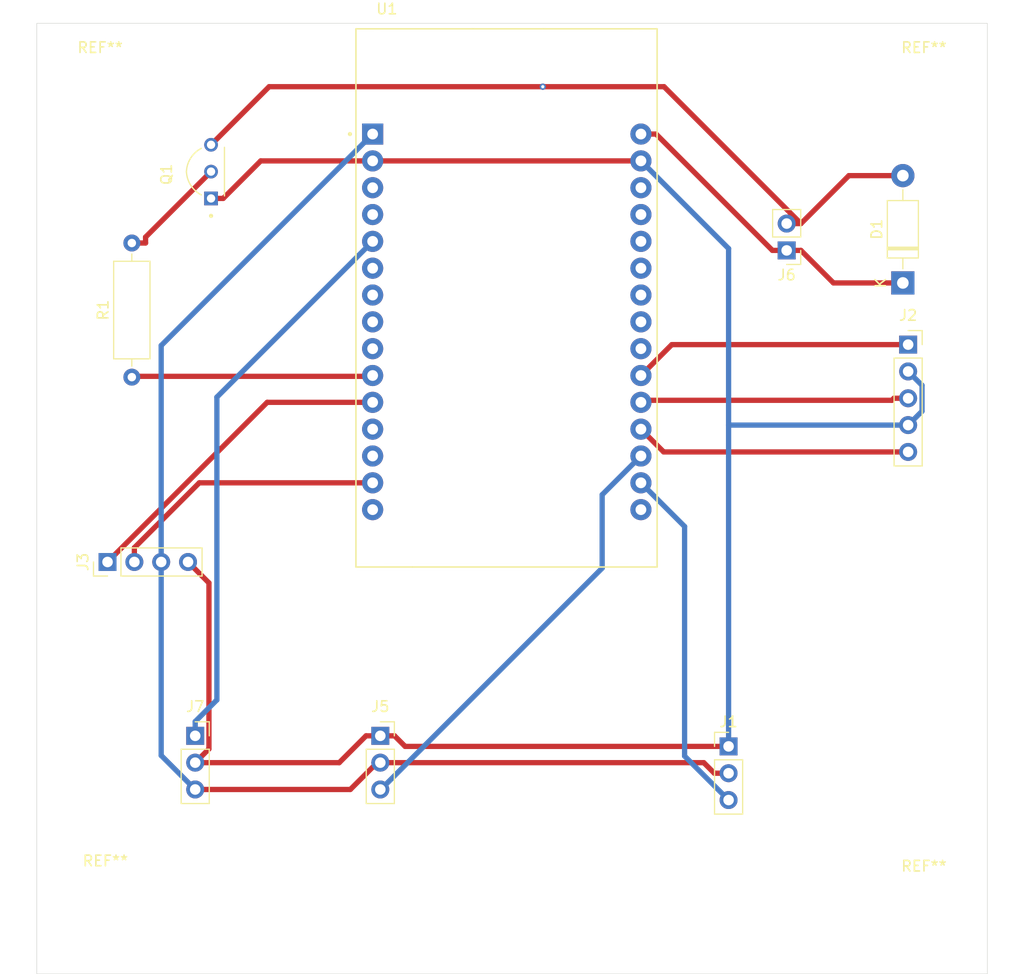
<source format=kicad_pcb>
(kicad_pcb (version 20241229) (generator "pcbnew") (generator_version "9.0")
  (layers (0 "F.Cu" signal) (2 "B.Cu" signal) (13 "F.Paste" user) (15 "B.Paste" user) (5 "F.SilkS" user "F.Silkscreen") (7 "B.SilkS" user "B.Silkscreen") (1 "F.Mask" user) (3 "B.Mask" user) (25 "Edge.Cuts" user))
  (net 0 "")
  (net 1 "/P_B")
  (net 2 "Net-(D1-A)")
  (net 3 "GND")
  (net 4 "+3.3V")
  (net 5 "/S_SN")
  (net 6 "/Output_A")
  (net 7 "/Switch")
  (net 8 "/Output_B")
  (net 9 "/SCL")
  (net 10 "/SDA")
  (net 11 "/S_HM")
  (net 12 "/S_T")
  (net 13 "Net-(Q1-Pad2)")
  (net 14 "/PWM_B")
  (footprint "MountingHole:MountingHole_3.2mm_M3" (layer "F.Cu") (at 118.5 101.5)
    (property "Reference" "REF**" (at 0 -4.2 0) (layer "F.SilkS"))
    (property "Value" "MountingHole_3.2mm_M3")
    (pad "" np_thru_hole circle (at 0 0) (size 3.2 3.2) (drill 3.2) (layers "*.Cu" "*.Mask"))
  )
  (footprint "Diode_THT:D_DO-41_SOD81_P10.16mm_Horizontal" (layer "F.Cu") (at 116.5 42.08 90)
    (property "Reference" "D1" (at 5.08 -2.47 90) (layer "F.SilkS"))
    (property "Value" "1N4004")
    (fp_line (start 7.8 -1.47) (end 2.36 -1.47) (stroke (width 0.12)) (layer "F.SilkS"))
    (fp_line (start 3.38 -1.47) (end 3.38 1.47) (stroke (width 0.12)) (layer "F.SilkS"))
    (fp_line (start 3.26 -1.47) (end 3.26 1.47) (stroke (width 0.12)) (layer "F.SilkS"))
    (fp_line (start 3.14 -1.47) (end 3.14 1.47) (stroke (width 0.12)) (layer "F.SilkS"))
    (fp_line (start 2.36 -1.47) (end 2.36 1.47) (stroke (width 0.12)) (layer "F.SilkS"))
    (fp_line (start 8.82 0) (end 7.8 0) (stroke (width 0.12)) (layer "F.SilkS"))
    (fp_line (start 1.34 0) (end 2.36 0) (stroke (width 0.12)) (layer "F.SilkS"))
    (fp_line (start 7.8 1.47) (end 7.8 -1.47) (stroke (width 0.12)) (layer "F.SilkS"))
    (fp_line (start 2.36 1.47) (end 7.8 1.47) (stroke (width 0.12)) (layer "F.SilkS"))
    (fp_text user "K" (at 0 -2.1 90) (layer "F.SilkS"))
    (pad "1" thru_hole rect (at 0 0 90) (size 2.2 2.2) (drill 1.1) (layers "*.Cu" "*.Mask") (net 1 "/P_B"))
    (pad "2" thru_hole oval (at 10.16 0 90) (size 2.2 2.2) (drill 1.1) (layers "*.Cu" "*.Mask") (net 2 "Net-(D1-A)"))
  )
  (footprint "Connector_PinHeader_2.54mm:PinHeader_1x02_P2.54mm_Vertical" (layer "F.Cu") (at 105.5 39 180)
    (property "Reference" "J6" (at 0 -2.33 0) (layer "F.SilkS"))
    (property "Value" "Bomba de agua")
    (fp_line (start 1.33 1.27) (end 1.33 3.87) (stroke (width 0.12)) (layer "F.SilkS"))
    (fp_line (start -1.33 3.87) (end 1.33 3.87) (stroke (width 0.12)) (layer "F.SilkS"))
    (fp_line (start -1.33 1.27) (end 1.33 1.27) (stroke (width 0.12)) (layer "F.SilkS"))
    (fp_line (start -1.33 1.27) (end -1.33 3.87) (stroke (width 0.12)) (layer "F.SilkS"))
    (fp_line (start -1.33 0) (end -1.33 -1.33) (stroke (width 0.12)) (layer "F.SilkS"))
    (fp_line (start -1.33 -1.33) (end 0 -1.33) (stroke (width 0.12)) (layer "F.SilkS"))
    (pad "1" thru_hole rect (at 0 0 180) (size 1.7 1.7) (drill 1) (layers "*.Cu" "*.Mask") (net 1 "/P_B"))
    (pad "2" thru_hole oval (at 0 2.54 180) (size 1.7 1.7) (drill 1) (layers "*.Cu" "*.Mask") (net 2 "Net-(D1-A)"))
  )
  (footprint "2N2222A:TO92254P470H750-3" (layer "F.Cu") (at 48.67 31.54 90)
    (property "Reference" "Q1" (at -0.264 -1.887 90) (layer "F.SilkS"))
    (property "Value" "2N2222A")
    (fp_line (start -2.3 3.6) (end 2.3 3.6) (stroke (width 0.127)) (layer "F.SilkS"))
    (fp_arc (start 0 0) (mid 1.287564 0.405256) (end 2.2 1.4) (stroke (width 0.127)) (layer "F.SilkS"))
    (fp_arc (start -2.2 1.4) (mid -1.287564 0.405256) (end 0 0) (stroke (width 0.127)) (layer "F.SilkS"))
    (fp_circle (center -4.189 2.33) (end -4.089 2.33) (stroke (width 0.2)) (fill no) (layer "F.SilkS"))
    (pad "1" thru_hole rect (at -2.54 2.33 90) (size 1.298 1.298) (drill 0.79) (layers "*.Cu" "*.Mask") (net 3 "GND"))
    (pad "2" thru_hole circle (at 0 2.33 90) (size 1.298 1.298) (drill 0.79) (layers "*.Cu" "*.Mask") (net 13 "Net-(Q1-Pad2)"))
    (pad "3" thru_hole circle (at 2.54 2.33 90) (size 1.298 1.298) (drill 0.79) (layers "*.Cu" "*.Mask") (net 2 "Net-(D1-A)"))
  )
  (footprint "MountingHole:MountingHole_3.2mm_M3" (layer "F.Cu") (at 41 101)
    (property "Reference" "REF**" (at 0 -4.2 0) (layer "F.SilkS"))
    (property "Value" "MountingHole_3.2mm_M3")
    (pad "" np_thru_hole circle (at 0 0) (size 3.2 3.2) (drill 3.2) (layers "*.Cu" "*.Mask"))
  )
  (footprint "Connector_PinHeader_2.54mm:PinHeader_1x03_P2.54mm_Vertical" (layer "F.Cu") (at 100 85.96)
    (property "Reference" "J1" (at 0 -2.33 0) (layer "F.SilkS"))
    (property "Value" "Sensor nivel de agua")
    (fp_line (start -1.33 -1.33) (end 0 -1.33) (stroke (width 0.12)) (layer "F.SilkS"))
    (fp_line (start -1.33 0) (end -1.33 -1.33) (stroke (width 0.12)) (layer "F.SilkS"))
    (fp_line (start -1.33 1.27) (end -1.33 6.41) (stroke (width 0.12)) (layer "F.SilkS"))
    (fp_line (start -1.33 1.27) (end 1.33 1.27) (stroke (width 0.12)) (layer "F.SilkS"))
    (fp_line (start -1.33 6.41) (end 1.33 6.41) (stroke (width 0.12)) (layer "F.SilkS"))
    (fp_line (start 1.33 1.27) (end 1.33 6.41) (stroke (width 0.12)) (layer "F.SilkS"))
    (pad "1" thru_hole rect (at 0 0) (size 1.7 1.7) (drill 1) (layers "*.Cu" "*.Mask") (net 3 "GND"))
    (pad "2" thru_hole oval (at 0 2.54) (size 1.7 1.7) (drill 1) (layers "*.Cu" "*.Mask") (net 4 "+3.3V"))
    (pad "3" thru_hole oval (at 0 5.08) (size 1.7 1.7) (drill 1) (layers "*.Cu" "*.Mask") (net 5 "/S_SN"))
  )
  (footprint "Resistor_THT:R_Axial_DIN0309_L9.0mm_D3.2mm_P12.70mm_Horizontal" (layer "F.Cu") (at 43.5 51 90)
    (property "Reference" "R1" (at 6.35 -2.72 90) (layer "F.SilkS"))
    (property "Value" "R")
    (fp_line (start 10.97 -1.72) (end 1.73 -1.72) (stroke (width 0.12)) (layer "F.SilkS"))
    (fp_line (start 1.73 -1.72) (end 1.73 1.72) (stroke (width 0.12)) (layer "F.SilkS"))
    (fp_line (start 11.66 0) (end 10.97 0) (stroke (width 0.12)) (layer "F.SilkS"))
    (fp_line (start 1.04 0) (end 1.73 0) (stroke (width 0.12)) (layer "F.SilkS"))
    (fp_line (start 10.97 1.72) (end 10.97 -1.72) (stroke (width 0.12)) (layer "F.SilkS"))
    (fp_line (start 1.73 1.72) (end 10.97 1.72) (stroke (width 0.12)) (layer "F.SilkS"))
    (pad "1" thru_hole circle (at 0 0 90) (size 1.6 1.6) (drill 0.8) (layers "*.Cu" "*.Mask") (net 14 "/PWM_B"))
    (pad "2" thru_hole oval (at 12.7 0 90) (size 1.6 1.6) (drill 0.8) (layers "*.Cu" "*.Mask") (net 13 "Net-(Q1-Pad2)"))
  )
  (footprint "MountingHole:MountingHole_3.2mm_M3" (layer "F.Cu") (at 118.5 24)
    (property "Reference" "REF**" (at 0 -4.2 0) (layer "F.SilkS"))
    (property "Value" "MountingHole_3.2mm_M3")
    (pad "" np_thru_hole circle (at 0 0) (size 3.2 3.2) (drill 3.2) (layers "*.Cu" "*.Mask"))
  )
  (footprint "devkit-esp32-v1:MODULE_ESP32_DEVKIT_V1" (layer "F.Cu") (at 79 43.5)
    (property "Reference" "U1" (at -11.355 -27.36 0) (layer "F.SilkS"))
    (property "Value" "ESP32-DEVKIT-V1")
    (fp_line (start -14.28 -25.475) (end -3.211 -25.475) (stroke (width 0.127)) (layer "F.SilkS"))
    (fp_line (start -14.28 -25.475) (end 14.23 -25.475) (stroke (width 0.127)) (layer "F.SilkS"))
    (fp_line (start -14.28 25.475) (end -14.28 -25.475) (stroke (width 0.127)) (layer "F.SilkS"))
    (fp_line (start -14.28 25.475) (end -14.28 -25.475) (stroke (width 0.127)) (layer "F.SilkS"))
    (fp_line (start -14.28 25.475) (end -8.91 25.475) (stroke (width 0.127)) (layer "F.SilkS"))
    (fp_line (start -8.91 25.475) (end 8.78 25.475) (stroke (width 0.127)) (layer "F.SilkS"))
    (fp_line (start -3.211 -25.475) (end 3.5 -25.475) (stroke (width 0.127)) (layer "F.SilkS"))
    (fp_line (start 3.5 -25.475) (end 14.23 -25.475) (stroke (width 0.127)) (layer "F.SilkS"))
    (fp_line (start 8.78 25.475) (end 14.23 25.475) (stroke (width 0.127)) (layer "F.SilkS"))
    (fp_line (start 14.23 -25.475) (end 14.23 25.475) (stroke (width 0.127)) (layer "F.SilkS"))
    (fp_line (start 14.23 -25.475) (end 14.23 25.475) (stroke (width 0.127)) (layer "F.SilkS"))
    (fp_line (start 14.23 25.475) (end -14.28 25.475) (stroke (width 0.127)) (layer "F.SilkS"))
    (fp_circle (center -14.85 -15.515) (end -14.75 -15.515) (stroke (width 0.2)) (fill no) (layer "F.SilkS"))
    (pad "" np_thru_hole circle (at -12.28 -23.475) (size 3 3) (drill 3) (layers "*.Cu" "*.Mask"))
    (pad "" np_thru_hole circle (at -12.28 23.475) (size 3 3) (drill 3) (layers "*.Cu" "*.Mask"))
    (pad "" np_thru_hole circle (at 12.23 -23.475) (size 3 3) (drill 3) (layers "*.Cu" "*.Mask"))
    (pad "" np_thru_hole circle (at 12.23 23.475) (size 3 3) (drill 3) (layers "*.Cu" "*.Mask"))
    (pad "1" thru_hole rect (at -12.7 -15.515) (size 2 2) (drill 1.02) (layers "*.Cu" "*.Mask") (net 4 "+3.3V"))
    (pad "2" thru_hole circle (at -12.7 -12.975) (size 2 2) (drill 1.02) (layers "*.Cu" "*.Mask") (net 3 "GND"))
    (pad "3" thru_hole circle (at -12.7 -10.435) (size 2 2) (drill 1.02) (layers "*.Cu" "*.Mask"))
    (pad "4" thru_hole circle (at -12.7 -7.895) (size 2 2) (drill 1.02) (layers "*.Cu" "*.Mask"))
    (pad "5" thru_hole circle (at -12.7 -5.355) (size 2 2) (drill 1.02) (layers "*.Cu" "*.Mask") (net 12 "/S_T"))
    (pad "6" thru_hole circle (at -12.7 -2.815) (size 2 2) (drill 1.02) (layers "*.Cu" "*.Mask"))
    (pad "7" thru_hole circle (at -12.7 -0.275) (size 2 2) (drill 1.02) (layers "*.Cu" "*.Mask"))
    (pad "8" thru_hole circle (at -12.7 2.265) (size 2 2) (drill 1.02) (layers "*.Cu" "*.Mask"))
    (pad "9" thru_hole circle (at -12.7 4.805) (size 2 2) (drill 1.02) (layers "*.Cu" "*.Mask"))
    (pad "10" thru_hole circle (at -12.7 7.345) (size 2 2) (drill 1.02) (layers "*.Cu" "*.Mask") (net 14 "/PWM_B"))
    (pad "11" thru_hole circle (at -12.7 9.885) (size 2 2) (drill 1.02) (layers "*.Cu" "*.Mask") (net 10 "/SDA"))
    (pad "12" thru_hole circle (at -12.7 12.425) (size 2 2) (drill 1.02) (layers "*.Cu" "*.Mask"))
    (pad "13" thru_hole circle (at -12.7 14.965) (size 2 2) (drill 1.02) (layers "*.Cu" "*.Mask"))
    (pad "14" thru_hole circle (at -12.7 17.505) (size 2 2) (drill 1.02) (layers "*.Cu" "*.Mask") (net 9 "/SCL"))
    (pad "15" thru_hole circle (at -12.7 20.045) (size 2 2) (drill 1.02) (layers "*.Cu" "*.Mask"))
    (pad "16" thru_hole circle (at 12.7 20.045) (size 2 2) (drill 1.02) (layers "*.Cu" "*.Mask"))
    (pad "17" thru_hole circle (at 12.7 17.505) (size 2 2) (drill 1.02) (layers "*.Cu" "*.Mask") (net 5 "/S_SN"))
    (pad "18" thru_hole circle (at 12.7 14.965) (size 2 2) (drill 1.02) (layers "*.Cu" "*.Mask") (net 11 "/S_HM"))
    (pad "19" thru_hole circle (at 12.7 12.425) (size 2 2) (drill 1.02) (layers "*.Cu" "*.Mask") (net 8 "/Output_B"))
    (pad "20" thru_hole circle (at 12.7 9.885) (size 2 2) (drill 1.02) (layers "*.Cu" "*.Mask") (net 6 "/Output_A"))
    (pad "21" thru_hole circle (at 12.7 7.345) (size 2 2) (drill 1.02) (layers "*.Cu" "*.Mask") (net 7 "/Switch"))
    (pad "22" thru_hole circle (at 12.7 4.805) (size 2 2) (drill 1.02) (layers "*.Cu" "*.Mask"))
    (pad "23" thru_hole circle (at 12.7 2.265) (size 2 2) (drill 1.02) (layers "*.Cu" "*.Mask"))
    (pad "24" thru_hole circle (at 12.7 -0.275) (size 2 2) (drill 1.02) (layers "*.Cu" "*.Mask"))
    (pad "25" thru_hole circle (at 12.7 -2.815) (size 2 2) (drill 1.02) (layers "*.Cu" "*.Mask"))
    (pad "26" thru_hole circle (at 12.7 -5.355) (size 2 2) (drill 1.02) (layers "*.Cu" "*.Mask"))
    (pad "27" thru_hole circle (at 12.7 -7.895) (size 2 2) (drill 1.02) (layers "*.Cu" "*.Mask"))
    (pad "28" thru_hole circle (at 12.7 -10.435) (size 2 2) (drill 1.02) (layers "*.Cu" "*.Mask"))
    (pad "29" thru_hole circle (at 12.7 -12.975) (size 2 2) (drill 1.02) (layers "*.Cu" "*.Mask") (net 3 "GND"))
    (pad "30" thru_hole circle (at 12.7 -15.515) (size 2 2) (drill 1.02) (layers "*.Cu" "*.Mask") (net 1 "/P_B"))
  )
  (footprint "Connector_PinSocket_2.54mm:PinSocket_1x05_P2.54mm_Vertical" (layer "F.Cu") (at 117 47.92)
    (property "Reference" "J2" (at 0 -2.77 0) (layer "F.SilkS"))
    (property "Value" "Encoder rotativo")
    (fp_line (start -1.33 1.27) (end -1.33 11.49) (stroke (width 0.12)) (layer "F.SilkS"))
    (fp_line (start -1.33 1.27) (end 1.33 1.27) (stroke (width 0.12)) (layer "F.SilkS"))
    (fp_line (start -1.33 11.49) (end 1.33 11.49) (stroke (width 0.12)) (layer "F.SilkS"))
    (fp_line (start 0 -1.33) (end 1.33 -1.33) (stroke (width 0.12)) (layer "F.SilkS"))
    (fp_line (start 1.33 -1.33) (end 1.33 0) (stroke (width 0.12)) (layer "F.SilkS"))
    (fp_line (start 1.33 1.27) (end 1.33 11.49) (stroke (width 0.12)) (layer "F.SilkS"))
    (pad "1" thru_hole rect (at 0 0) (size 1.7 1.7) (drill 1) (layers "*.Cu" "*.Mask") (net 7 "/Switch"))
    (pad "2" thru_hole oval (at 0 2.54) (size 1.7 1.7) (drill 1) (layers "*.Cu" "*.Mask") (net 3 "GND"))
    (pad "3" thru_hole oval (at 0 5.08) (size 1.7 1.7) (drill 1) (layers "*.Cu" "*.Mask") (net 6 "/Output_A"))
    (pad "4" thru_hole oval (at 0 7.62) (size 1.7 1.7) (drill 1) (layers "*.Cu" "*.Mask") (net 3 "GND"))
    (pad "5" thru_hole oval (at 0 10.16) (size 1.7 1.7) (drill 1) (layers "*.Cu" "*.Mask") (net 8 "/Output_B"))
  )
  (footprint "MountingHole:MountingHole_3.2mm_M3" (layer "F.Cu") (at 40.5 24)
    (property "Reference" "REF**" (at 0 -4.2 0) (layer "F.SilkS"))
    (property "Value" "MountingHole_3.2mm_M3")
    (pad "" np_thru_hole circle (at 0 0) (size 3.2 3.2) (drill 3.2) (layers "*.Cu" "*.Mask"))
  )
  (footprint "Connector_PinSocket_2.54mm:PinSocket_1x03_P2.54mm_Vertical" (layer "F.Cu") (at 49.5 84.96)
    (property "Reference" "J7" (at 0 -2.77 0) (layer "F.SilkS"))
    (property "Value" "Sensor de temperatura")
    (fp_line (start -1.33 1.27) (end -1.33 6.41) (stroke (width 0.12)) (layer "F.SilkS"))
    (fp_line (start -1.33 1.27) (end 1.33 1.27) (stroke (width 0.12)) (layer "F.SilkS"))
    (fp_line (start -1.33 6.41) (end 1.33 6.41) (stroke (width 0.12)) (layer "F.SilkS"))
    (fp_line (start 0 -1.33) (end 1.33 -1.33) (stroke (width 0.12)) (layer "F.SilkS"))
    (fp_line (start 1.33 -1.33) (end 1.33 0) (stroke (width 0.12)) (layer "F.SilkS"))
    (fp_line (start 1.33 1.27) (end 1.33 6.41) (stroke (width 0.12)) (layer "F.SilkS"))
    (pad "1" thru_hole rect (at 0 0) (size 1.7 1.7) (drill 1) (layers "*.Cu" "*.Mask") (net 12 "/S_T"))
    (pad "2" thru_hole oval (at 0 2.54) (size 1.7 1.7) (drill 1) (layers "*.Cu" "*.Mask") (net 3 "GND"))
    (pad "3" thru_hole oval (at 0 5.08) (size 1.7 1.7) (drill 1) (layers "*.Cu" "*.Mask") (net 4 "+3.3V"))
  )
  (footprint "Connector_PinSocket_2.54mm:PinSocket_1x03_P2.54mm_Vertical" (layer "F.Cu") (at 67.025 84.96)
    (property "Reference" "J5" (at 0 -2.77 0) (layer "F.SilkS"))
    (property "Value" "Sensor humedad")
    (fp_line (start -1.33 1.27) (end -1.33 6.41) (stroke (width 0.12)) (layer "F.SilkS"))
    (fp_line (start -1.33 1.27) (end 1.33 1.27) (stroke (width 0.12)) (layer "F.SilkS"))
    (fp_line (start -1.33 6.41) (end 1.33 6.41) (stroke (width 0.12)) (layer "F.SilkS"))
    (fp_line (start 0 -1.33) (end 1.33 -1.33) (stroke (width 0.12)) (layer "F.SilkS"))
    (fp_line (start 1.33 -1.33) (end 1.33 0) (stroke (width 0.12)) (layer "F.SilkS"))
    (fp_line (start 1.33 1.27) (end 1.33 6.41) (stroke (width 0.12)) (layer "F.SilkS"))
    (pad "1" thru_hole rect (at 0 0) (size 1.7 1.7) (drill 1) (layers "*.Cu" "*.Mask") (net 3 "GND"))
    (pad "2" thru_hole oval (at 0 2.54) (size 1.7 1.7) (drill 1) (layers "*.Cu" "*.Mask") (net 4 "+3.3V"))
    (pad "3" thru_hole oval (at 0 5.08) (size 1.7 1.7) (drill 1) (layers "*.Cu" "*.Mask") (net 11 "/S_HM"))
  )
  (footprint "Connector_PinHeader_2.54mm:PinHeader_1x04_P2.54mm_Vertical" (layer "F.Cu") (at 41.2 68.5 90)
    (property "Reference" "J3" (at 0 -2.33 90) (layer "F.SilkS"))
    (property "Value" "Pantalla OLED")
    (fp_line (start -1.33 -1.33) (end 0 -1.33) (stroke (width 0.12)) (layer "F.SilkS"))
    (fp_line (start -1.33 0) (end -1.33 -1.33) (stroke (width 0.12)) (layer "F.SilkS"))
    (fp_line (start 1.33 1.27) (end 1.33 8.95) (stroke (width 0.12)) (layer "F.SilkS"))
    (fp_line (start -1.33 1.27) (end 1.33 1.27) (stroke (width 0.12)) (layer "F.SilkS"))
    (fp_line (start -1.33 1.27) (end -1.33 8.95) (stroke (width 0.12)) (layer "F.SilkS"))
    (fp_line (start -1.33 8.95) (end 1.33 8.95) (stroke (width 0.12)) (layer "F.SilkS"))
    (pad "1" thru_hole rect (at 0 0 90) (size 1.7 1.7) (drill 1) (layers "*.Cu" "*.Mask") (net 10 "/SDA"))
    (pad "2" thru_hole oval (at 0 2.54 90) (size 1.7 1.7) (drill 1) (layers "*.Cu" "*.Mask") (net 9 "/SCL"))
    (pad "3" thru_hole oval (at 0 5.08 90) (size 1.7 1.7) (drill 1) (layers "*.Cu" "*.Mask") (net 4 "+3.3V"))
    (pad "4" thru_hole oval (at 0 7.62 90) (size 1.7 1.7) (drill 1) (layers "*.Cu" "*.Mask") (net 3 "GND"))
  )
  (gr_rect (start 34.5 17.5) (end 124.5 107.5) (stroke (width 0.05)) (fill no) (layer "Edge.Cuts"))
  (segment (start 104.15 39) (end 93.135 27.985) (width 0.5) (layer "F.Cu") (net 1))
  (segment (start 116.5 42.08) (end 109.93 42.08) (width 0.5) (layer "F.Cu") (net 1))
  (segment (start 105.5 39) (end 106.85 39) (width 0.5) (layer "F.Cu") (net 1))
  (segment (start 105.5 39) (end 104.15 39) (width 0.5) (layer "F.Cu") (net 1))
  (segment (start 93.135 27.985) (end 91.7 27.985) (width 0.5) (layer "F.Cu") (net 1))
  (segment (start 109.93 42.08) (end 106.85 39) (width 0.5) (layer "F.Cu") (net 1))
  (segment (start 116.5 31.92) (end 111.39 31.92) (width 0.5) (layer "F.Cu") (net 2))
  (segment (start 111.39 31.92) (end 106.85 36.46) (width 0.5) (layer "F.Cu") (net 2))
  (segment (start 56.5 23.5) (end 51 29) (width 0.5) (layer "F.Cu") (net 2))
  (segment (start 106.85 36.46) (end 93.89 23.5) (width 0.5) (layer "F.Cu") (net 2))
  (segment (start 82.4101 23.5) (end 56.5 23.5) (width 0.5) (layer "F.Cu") (net 2))
  (segment (start 93.89 23.5) (end 82.4101 23.5) (width 0.5) (layer "F.Cu") (net 2))
  (segment (start 105.5 36.46) (end 106.85 36.46) (width 0.5) (layer "F.Cu") (net 2))
  (via (at 82.4101 23.5) (size 0.6) (drill 0.3) (layers "F.Cu" "B.Cu") (net 2))
  (segment (start 69.375 85.96) (end 100 85.96) (width 0.5) (layer "F.Cu") (net 3))
  (segment (start 65.675 84.96) (end 63.135 87.5) (width 0.5) (layer "F.Cu") (net 3))
  (segment (start 50.801 70.481) (end 50.801 86.199) (width 0.5) (layer "F.Cu") (net 3))
  (segment (start 91.7 30.525) (end 66.3 30.525) (width 0.5) (layer "F.Cu") (net 3))
  (segment (start 67.025 84.96) (end 65.675 84.96) (width 0.5) (layer "F.Cu") (net 3))
  (segment (start 68.375 84.96) (end 69.375 85.96) (width 0.5) (layer "F.Cu") (net 3))
  (segment (start 66.3 30.525) (end 55.704 30.525) (width 0.5) (layer "F.Cu") (net 3))
  (segment (start 51 34.08) (end 52.149 34.08) (width 0.5) (layer "F.Cu") (net 3))
  (segment (start 50.801 86.199) (end 49.5 87.5) (width 0.5) (layer "F.Cu") (net 3))
  (segment (start 67.025 84.96) (end 68.375 84.96) (width 0.5) (layer "F.Cu") (net 3))
  (segment (start 55.704 30.525) (end 52.149 34.08) (width 0.5) (layer "F.Cu") (net 3))
  (segment (start 63.135 87.5) (end 49.5 87.5) (width 0.5) (layer "F.Cu") (net 3))
  (segment (start 48.82 68.5) (end 50.801 70.481) (width 0.5) (layer "F.Cu") (net 3))
  (segment (start 117 55.54) (end 100 55.54) (width 0.5) (layer "B.Cu") (net 3))
  (segment (start 91.7 30.525) (end 100 38.825) (width 0.5) (layer "B.Cu") (net 3))
  (segment (start 100 38.825) (end 100 55.54) (width 0.5) (layer "B.Cu") (net 3))
  (segment (start 118.315 51.7748) (end 118.315 54.2252) (width 0.5) (layer "B.Cu") (net 3))
  (segment (start 118.315 54.2252) (end 117 55.54) (width 0.5) (layer "B.Cu") (net 3))
  (segment (start 117 50.46) (end 118.315 51.7748) (width 0.5) (layer "B.Cu") (net 3))
  (segment (start 100 55.54) (end 100 85.96) (width 0.5) (layer "B.Cu") (net 3))
  (segment (start 66.4268 87.5) (end 66.7259 87.5) (width 0.5) (layer "F.Cu") (net 4))
  (segment (start 66.7259 87.5) (end 67.025 87.5) (width 0.5) (layer "F.Cu") (net 4))
  (segment (start 64.1859 90.04) (end 49.5 90.04) (width 0.5) (layer "F.Cu") (net 4))
  (segment (start 66.7259 87.5) (end 64.1859 90.04) (width 0.5) (layer "F.Cu") (net 4))
  (segment (start 67.025 87.5) (end 97.65 87.5) (width 0.5) (layer "F.Cu") (net 4))
  (segment (start 97.65 87.5) (end 98.65 88.5) (width 0.5) (layer "F.Cu") (net 4))
  (segment (start 98.65 88.5) (end 100 88.5) (width 0.5) (layer "F.Cu") (net 4))
  (segment (start 66.3 27.985) (end 46.28 48.005) (width 0.5) (layer "B.Cu") (net 4))
  (segment (start 46.28 68.5) (end 46.28 86.82) (width 0.5) (layer "B.Cu") (net 4))
  (segment (start 46.28 48.005) (end 46.28 68.5) (width 0.5) (layer "B.Cu") (net 4))
  (segment (start 46.28 86.82) (end 49.5 90.04) (width 0.5) (layer "B.Cu") (net 4))
  (segment (start 95.8345 86.8745) (end 100 91.04) (width 0.5) (layer "B.Cu") (net 5))
  (segment (start 95.8345 65.1395) (end 95.8345 86.8745) (width 0.5) (layer "B.Cu") (net 5))
  (segment (start 91.7 61.005) (end 95.8345 65.1395) (width 0.5) (layer "B.Cu") (net 5))
  (segment (start 115.458 53.1925) (end 115.65 53) (width 0.5) (layer "F.Cu") (net 6))
  (segment (start 91.8925 53.1925) (end 91.7 53.385) (width 0.5) (layer "F.Cu") (net 6))
  (segment (start 115.65 53) (end 117 53) (width 0.5) (layer "F.Cu") (net 6))
  (segment (start 91.8925 53.1925) (end 115.458 53.1925) (width 0.5) (layer "F.Cu") (net 6))
  (segment (start 92.085 53) (end 91.8925 53.1925) (width 0.5) (layer "F.Cu") (net 6))
  (segment (start 94.625 47.92) (end 91.7 50.845) (width 0.5) (layer "F.Cu") (net 7))
  (segment (start 117 47.92) (end 94.625 47.92) (width 0.5) (layer "F.Cu") (net 7))
  (segment (start 117 58.08) (end 93.855 58.08) (width 0.5) (layer "F.Cu") (net 8))
  (segment (start 93.855 58.08) (end 91.7 55.925) (width 0.5) (layer "F.Cu") (net 8))
  (segment (start 43.74 67.15) (end 43.74 68.5) (width 0.5) (layer "F.Cu") (net 9))
  (segment (start 49.885 61.005) (end 43.74 67.15) (width 0.5) (layer "F.Cu") (net 9))
  (segment (start 66.3 61.005) (end 49.885 61.005) (width 0.5) (layer "F.Cu") (net 9))
  (segment (start 56.315 53.385) (end 66.3 53.385) (width 0.5) (layer "F.Cu") (net 10))
  (segment (start 41.2 68.5) (end 56.315 53.385) (width 0.5) (layer "F.Cu") (net 10))
  (segment (start 88.031 69.078968) (end 67.069968 90.04) (width 0.5) (layer "B.Cu") (net 11))
  (segment (start 91.7 58.465) (end 88.031 62.134) (width 0.5) (layer "B.Cu") (net 11))
  (segment (start 67.069968 90.04) (end 67.025 90.04) (width 0.5) (layer "B.Cu") (net 11))
  (segment (start 88.031 62.134) (end 88.031 69.078968) (width 0.5) (layer "B.Cu") (net 11))
  (segment (start 49.5 83.61) (end 51.5516 81.5584) (width 0.5) (layer "B.Cu") (net 12))
  (segment (start 51.5516 81.5584) (end 51.5516 52.8934) (width 0.5) (layer "B.Cu") (net 12))
  (segment (start 49.5 84.96) (end 49.5 83.61) (width 0.5) (layer "B.Cu") (net 12))
  (segment (start 51.5516 52.8934) (end 66.3 38.145) (width 0.5) (layer "B.Cu") (net 12))
  (segment (start 51 31.54) (end 44.8 37.74) (width 0.5) (layer "F.Cu") (net 13))
  (segment (start 44.8 37.74) (end 44.8 38.3) (width 0.5) (layer "F.Cu") (net 13))
  (segment (start 43.5 38.3) (end 44.8 38.3) (width 0.5) (layer "F.Cu") (net 13))
  (segment (start 43.5775 50.9225) (end 43.5 51) (width 0.5) (layer "F.Cu") (net 14))
  (segment (start 43.5775 50.9225) (end 66.2225 50.9225) (width 0.5) (layer "F.Cu") (net 14))
  (segment (start 43.655 50.845) (end 43.5775 50.9225) (width 0.5) (layer "F.Cu") (net 14))
  (segment (start 66.2225 50.9225) (end 66.3 50.845) (width 0.5) (layer "F.Cu") (net 14))
)
</source>
